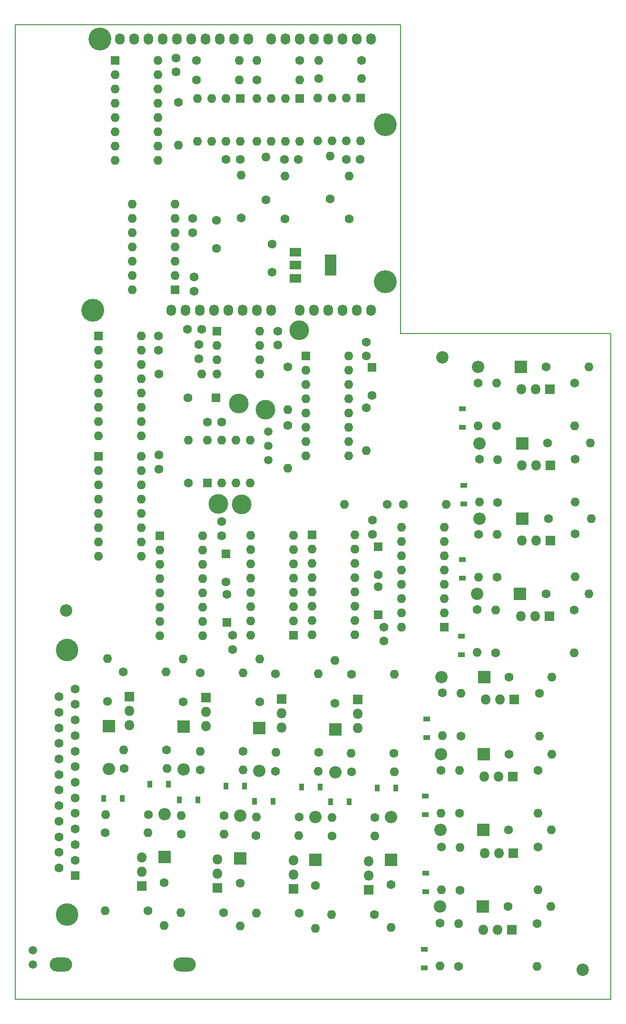
<source format=gts>
G04 This is an RS-274x file exported by *
G04 gerbv version 2.6.0 *
G04 More information is available about gerbv at *
G04 http://gerbv.gpleda.org/ *
G04 --End of header info--*
%MOIN*%
%FSLAX34Y34*%
%IPPOS*%
G04 --Define apertures--*
%ADD10C,0.0059*%
%ADD11C,0.0866*%
%ADD12O,0.0680X0.0800*%
%ADD13R,0.0630X0.0630*%
%ADD14O,0.0630X0.0630*%
%ADD15C,0.0630*%
%ADD16C,0.1378*%
%ADD17C,0.1600*%
%ADD18O,0.1575X0.0984*%
%ADD19R,0.0787X0.0591*%
%ADD20R,0.0787X0.1496*%
%ADD21C,0.1575*%
%ADD22O,0.0866X0.0866*%
%ADD23R,0.0866X0.0866*%
%ADD24R,0.0709X0.0709*%
%ADD25O,0.0709X0.0709*%
%ADD26R,0.0354X0.0472*%
%ADD27R,0.0472X0.0354*%
%ADD28C,0.0591*%
G04 --Start main section--*
G54D10*
G01X0059055Y-028268D02*
G01X0059055Y-074882D01*
G01X0044331Y-028268D02*
G01X0059055Y-028268D01*
G01X0017323Y-074882D02*
G01X0017323Y-006614D01*
G01X0044331Y-028268D02*
G01X0044331Y-006614D01*
G01X0044331Y-006614D02*
G01X0017323Y-006614D01*
G01X0017323Y-074882D02*
G01X0059055Y-074882D01*
G54D11*
G01X0047244Y-029921D03*
G01X0057087Y-072835D03*
G01X0020866Y-047638D03*
G54D12*
G01X0035243Y-007624D03*
G01X0036243Y-007624D03*
G01X0037243Y-007624D03*
G01X0038243Y-007624D03*
G01X0039243Y-007624D03*
G01X0040243Y-007624D03*
G01X0041243Y-007624D03*
G01X0042243Y-007624D03*
G54D13*
G01X0024331Y-009134D03*
G54D14*
G01X0027331Y-016134D03*
G01X0024331Y-010134D03*
G01X0027331Y-015134D03*
G01X0024331Y-011134D03*
G01X0027331Y-014134D03*
G01X0024331Y-012134D03*
G01X0027331Y-013134D03*
G01X0024331Y-013134D03*
G01X0027331Y-012134D03*
G01X0024331Y-014134D03*
G01X0027331Y-011134D03*
G01X0024331Y-015134D03*
G01X0027331Y-010134D03*
G01X0024331Y-016134D03*
G01X0027331Y-009134D03*
G54D13*
G01X0042756Y-043179D03*
G54D15*
G01X0042756Y-045148D03*
G54D13*
G01X0047390Y-048813D03*
G54D14*
G01X0044390Y-041813D03*
G01X0047390Y-047813D03*
G01X0044390Y-042813D03*
G01X0047390Y-046813D03*
G01X0044390Y-043813D03*
G01X0047390Y-045813D03*
G01X0044390Y-044813D03*
G01X0047390Y-044813D03*
G01X0044390Y-045813D03*
G01X0047390Y-043813D03*
G01X0044390Y-046813D03*
G01X0047390Y-042813D03*
G01X0044390Y-047813D03*
G01X0047390Y-041813D03*
G01X0044390Y-048813D03*
G54D16*
G01X0034862Y-033593D03*
G54D15*
G01X0032096Y-045640D03*
G54D13*
G01X0032096Y-043671D03*
G01X0037243Y-011797D03*
G54D14*
G01X0034243Y-014797D03*
G01X0036243Y-011797D03*
G01X0035243Y-014797D03*
G01X0035243Y-011797D03*
G01X0036243Y-014797D03*
G01X0034243Y-011797D03*
G01X0037243Y-014797D03*
G54D15*
G01X0036181Y-016063D03*
G01X0037165Y-016063D03*
G54D12*
G01X0028243Y-026624D03*
G01X0029243Y-026624D03*
G01X0030243Y-026624D03*
G01X0031243Y-026624D03*
G01X0032243Y-026624D03*
G01X0033243Y-026624D03*
G01X0034243Y-026624D03*
G01X0035243Y-026624D03*
G01X0037243Y-026624D03*
G01X0038243Y-026624D03*
G01X0039243Y-026624D03*
G01X0040243Y-026624D03*
G01X0041243Y-026624D03*
G01X0042243Y-026624D03*
G01X0024643Y-007624D03*
G01X0025643Y-007624D03*
G01X0026643Y-007624D03*
G01X0027643Y-007624D03*
G01X0028643Y-007624D03*
G01X0029643Y-007624D03*
G01X0030643Y-007624D03*
G01X0031643Y-007624D03*
G01X0032643Y-007624D03*
G01X0033643Y-007624D03*
G54D17*
G01X0022743Y-026624D03*
G01X0043243Y-024624D03*
G01X0023243Y-007624D03*
G01X0043243Y-013624D03*
G54D18*
G01X0029193Y-072441D03*
G01X0020531Y-072441D03*
G54D15*
G01X0031417Y-022283D03*
G01X0031417Y-020315D03*
G01X0029843Y-024291D03*
G01X0029843Y-025276D03*
G01X0029764Y-021181D03*
G01X0029764Y-020197D03*
G01X0035318Y-021974D03*
G01X0035318Y-023943D03*
G54D14*
G01X0025504Y-025197D03*
G01X0028504Y-019197D03*
G01X0025504Y-024197D03*
G01X0028504Y-020197D03*
G01X0025504Y-023197D03*
G01X0028504Y-021197D03*
G01X0025504Y-022197D03*
G01X0028504Y-022197D03*
G01X0025504Y-021197D03*
G01X0028504Y-023197D03*
G01X0025504Y-020197D03*
G01X0028504Y-024197D03*
G01X0025504Y-019197D03*
G54D13*
G01X0028504Y-025197D03*
G54D19*
G01X0036949Y-022559D03*
G01X0036949Y-024370D03*
G01X0036949Y-023465D03*
G54D20*
G01X0039429Y-023465D03*
G54D15*
G01X0041496Y-016063D03*
G01X0040512Y-016063D03*
G01X0032087Y-016063D03*
G01X0033071Y-016063D03*
G54D14*
G01X0026159Y-028429D03*
G01X0023159Y-035429D03*
G01X0026159Y-029429D03*
G01X0023159Y-034429D03*
G01X0026159Y-030429D03*
G01X0023159Y-033429D03*
G01X0026159Y-031429D03*
G01X0023159Y-032429D03*
G01X0026159Y-032429D03*
G01X0023159Y-031429D03*
G01X0026159Y-033429D03*
G01X0023159Y-030429D03*
G01X0026159Y-034429D03*
G01X0023159Y-029429D03*
G01X0026159Y-035429D03*
G54D13*
G01X0023159Y-028429D03*
G01X0023141Y-036837D03*
G54D14*
G01X0026141Y-043837D03*
G01X0023141Y-037837D03*
G01X0026141Y-042837D03*
G01X0023141Y-038837D03*
G01X0026141Y-041837D03*
G01X0023141Y-039837D03*
G01X0026141Y-040837D03*
G01X0023141Y-040837D03*
G01X0026141Y-039837D03*
G01X0023141Y-041837D03*
G01X0026141Y-038837D03*
G01X0023141Y-042837D03*
G01X0026141Y-037837D03*
G01X0023141Y-043837D03*
G01X0026141Y-036837D03*
G54D13*
G01X0041504Y-011768D03*
G54D14*
G01X0038504Y-014768D03*
G01X0040504Y-011768D03*
G01X0039504Y-014768D03*
G01X0039504Y-011768D03*
G01X0040504Y-014768D03*
G01X0038504Y-011768D03*
G01X0041504Y-014768D03*
G54D13*
G01X0033070Y-011797D03*
G54D14*
G01X0030070Y-014797D03*
G01X0032070Y-011797D03*
G01X0031070Y-014797D03*
G01X0031070Y-011797D03*
G01X0032070Y-014797D03*
G01X0030070Y-011797D03*
G01X0033070Y-014797D03*
G54D21*
G01X0020957Y-068959D03*
G01X0020957Y-050415D03*
G54D15*
G01X0020398Y-053689D03*
G01X0020398Y-054780D03*
G01X0020398Y-055870D03*
G01X0020398Y-056961D03*
G01X0020398Y-058051D03*
G01X0020398Y-059142D03*
G01X0020398Y-060232D03*
G01X0020398Y-061323D03*
G01X0020398Y-062413D03*
G01X0020398Y-063504D03*
G01X0020398Y-064594D03*
G01X0020398Y-065685D03*
G01X0021516Y-053144D03*
G01X0021516Y-054234D03*
G01X0021516Y-055325D03*
G01X0021516Y-056415D03*
G01X0021516Y-057506D03*
G01X0021516Y-058596D03*
G01X0021516Y-059687D03*
G01X0021516Y-060778D03*
G01X0021516Y-061868D03*
G01X0021516Y-062959D03*
G01X0021516Y-064049D03*
G01X0021516Y-065140D03*
G54D13*
G01X0021516Y-066230D03*
G54D15*
G01X0041929Y-028848D03*
G01X0041929Y-029833D03*
G01X0042323Y-032589D03*
G54D13*
G01X0042323Y-030620D03*
G54D15*
G01X0043138Y-048813D03*
G01X0043138Y-049797D03*
G01X0032539Y-049400D03*
G01X0032539Y-050384D03*
G01X0042362Y-041329D03*
G01X0042362Y-042313D03*
G01X0031781Y-041427D03*
G01X0031781Y-042411D03*
G54D13*
G01X0042746Y-047953D03*
G54D15*
G01X0042746Y-045984D03*
G01X0032163Y-046528D03*
G54D13*
G01X0032163Y-048497D03*
G54D15*
G01X0030787Y-034459D03*
G01X0031772Y-034459D03*
G54D13*
G01X0031398Y-032766D03*
G54D15*
G01X0029429Y-032766D03*
G01X0030177Y-030010D03*
G01X0030177Y-029026D03*
G01X0030374Y-027953D03*
G01X0029390Y-027953D03*
G01X0035709Y-029055D03*
G01X0035709Y-028071D03*
G01X0027332Y-028429D03*
G01X0027332Y-029414D03*
G01X0027393Y-037742D03*
G01X0027393Y-036758D03*
G01X0028583Y-009921D03*
G01X0028583Y-008937D03*
G54D22*
G01X0029111Y-058803D03*
G54D23*
G01X0029111Y-055803D03*
G01X0039740Y-055982D03*
G54D22*
G01X0039740Y-058982D03*
G01X0038365Y-062109D03*
G54D23*
G01X0038365Y-065109D03*
G54D22*
G01X0027774Y-061913D03*
G54D23*
G01X0027774Y-064913D03*
G54D22*
G01X0047140Y-057706D03*
G54D23*
G01X0050140Y-057706D03*
G01X0052690Y-046480D03*
G54D22*
G01X0049690Y-046480D03*
G01X0034420Y-058898D03*
G54D23*
G01X0034420Y-055898D03*
G54D22*
G01X0043654Y-062114D03*
G54D23*
G01X0043654Y-065114D03*
G01X0033069Y-065010D03*
G54D22*
G01X0033069Y-062010D03*
G54D23*
G01X0050167Y-052326D03*
G54D22*
G01X0047167Y-052326D03*
G54D23*
G01X0050104Y-063035D03*
G54D22*
G01X0047104Y-063035D03*
G01X0049743Y-030599D03*
G54D23*
G01X0052743Y-030599D03*
G01X0052844Y-041222D03*
G54D22*
G01X0049844Y-041222D03*
G54D23*
G01X0023871Y-055737D03*
G54D22*
G01X0023871Y-058737D03*
G54D23*
G01X0052837Y-035946D03*
G54D22*
G01X0049837Y-035946D03*
G54D23*
G01X0050088Y-068402D03*
G54D22*
G01X0047088Y-068402D03*
G54D24*
G01X0030687Y-053765D03*
G54D25*
G01X0030687Y-054765D03*
G01X0030687Y-055765D03*
G01X0041307Y-055880D03*
G01X0041307Y-054880D03*
G54D24*
G01X0041307Y-053880D03*
G01X0036813Y-067139D03*
G54D25*
G01X0036813Y-066139D03*
G01X0036813Y-065139D03*
G01X0026187Y-064946D03*
G01X0026187Y-065946D03*
G54D24*
G01X0026187Y-066946D03*
G54D25*
G01X0050189Y-059286D03*
G01X0051189Y-059286D03*
G54D24*
G01X0052189Y-059286D03*
G54D25*
G01X0052755Y-048055D03*
G01X0053755Y-048055D03*
G54D24*
G01X0054755Y-048055D03*
G01X0035984Y-053844D03*
G54D25*
G01X0035984Y-054844D03*
G01X0035984Y-055844D03*
G01X0042070Y-065218D03*
G01X0042070Y-066218D03*
G54D24*
G01X0042070Y-067218D03*
G01X0031493Y-067071D03*
G54D25*
G01X0031493Y-066071D03*
G01X0031493Y-065071D03*
G54D24*
G01X0052289Y-053893D03*
G54D25*
G01X0051289Y-053893D03*
G01X0050289Y-053893D03*
G54D24*
G01X0052226Y-064661D03*
G54D25*
G01X0051226Y-064661D03*
G01X0050226Y-064661D03*
G01X0052766Y-032146D03*
G01X0053766Y-032146D03*
G54D24*
G01X0054766Y-032146D03*
G54D25*
G01X0052799Y-042739D03*
G01X0053799Y-042739D03*
G54D24*
G01X0054799Y-042739D03*
G01X0025328Y-053689D03*
G54D25*
G01X0025328Y-054689D03*
G01X0025328Y-055689D03*
G01X0052828Y-037494D03*
G01X0053828Y-037494D03*
G54D24*
G01X0054828Y-037494D03*
G54D25*
G01X0050131Y-070008D03*
G01X0051131Y-070008D03*
G54D24*
G01X0052131Y-070008D03*
G54D15*
G01X0036417Y-034695D03*
G54D14*
G01X0036417Y-037695D03*
G01X0041929Y-036455D03*
G54D15*
G01X0041929Y-033455D03*
G01X0036417Y-030581D03*
G54D14*
G01X0036417Y-033581D03*
G54D15*
G01X0044508Y-040217D03*
G54D14*
G01X0047508Y-040217D03*
G01X0040376Y-040226D03*
G54D15*
G01X0043376Y-040226D03*
G01X0029449Y-038711D03*
G54D14*
G01X0029449Y-035711D03*
G54D15*
G01X0027392Y-031093D03*
G54D14*
G01X0030392Y-031093D03*
G54D15*
G01X0029091Y-054051D03*
G54D14*
G01X0029091Y-051051D03*
G01X0033273Y-052004D03*
G54D15*
G01X0030273Y-052004D03*
G01X0030273Y-058815D03*
G54D14*
G01X0033273Y-058815D03*
G01X0030284Y-057515D03*
G54D15*
G01X0033284Y-057515D03*
G54D14*
G01X0039728Y-051141D03*
G54D15*
G01X0039728Y-054141D03*
G54D14*
G01X0043889Y-052133D03*
G54D15*
G01X0040889Y-052133D03*
G54D14*
G01X0043869Y-058964D03*
G54D15*
G01X0040869Y-058964D03*
G01X0043861Y-057645D03*
G54D14*
G01X0040861Y-057645D03*
G54D15*
G01X0038345Y-066920D03*
G54D14*
G01X0038345Y-069920D03*
G01X0034223Y-068869D03*
G54D15*
G01X0037223Y-068869D03*
G01X0037223Y-062117D03*
G54D14*
G01X0034223Y-062117D03*
G01X0037192Y-063417D03*
G54D15*
G01X0034192Y-063417D03*
G54D14*
G01X0027735Y-069704D03*
G54D15*
G01X0027735Y-066704D03*
G01X0026613Y-068672D03*
G54D14*
G01X0023613Y-068672D03*
G54D15*
G01X0026633Y-061940D03*
G54D14*
G01X0023633Y-061940D03*
G01X0026601Y-063220D03*
G54D15*
G01X0023601Y-063220D03*
G01X0051931Y-057706D03*
G54D14*
G01X0054931Y-057706D03*
G01X0053939Y-061868D03*
G54D15*
G01X0053939Y-058868D03*
G01X0047148Y-058848D03*
G54D14*
G01X0047148Y-061848D03*
G54D15*
G01X0048447Y-061860D03*
G54D14*
G01X0048447Y-058860D03*
G01X0057501Y-046480D03*
G54D15*
G01X0054501Y-046480D03*
G01X0056470Y-047621D03*
G54D14*
G01X0056470Y-050621D03*
G54D15*
G01X0049698Y-047602D03*
G54D14*
G01X0049698Y-050602D03*
G01X0050997Y-047613D03*
G54D15*
G01X0050997Y-050613D03*
G54D14*
G01X0034440Y-051067D03*
G54D15*
G01X0034440Y-054067D03*
G01X0035562Y-052098D03*
G54D14*
G01X0038562Y-052098D03*
G54D15*
G01X0035562Y-058909D03*
G54D14*
G01X0038562Y-058909D03*
G01X0035574Y-057591D03*
G54D15*
G01X0038574Y-057591D03*
G54D14*
G01X0043654Y-069866D03*
G54D15*
G01X0043654Y-066866D03*
G01X0042492Y-068952D03*
G54D14*
G01X0039492Y-068952D03*
G54D15*
G01X0042531Y-062141D03*
G54D14*
G01X0039531Y-062141D03*
G54D15*
G01X0039520Y-063441D03*
G54D14*
G01X0042520Y-063441D03*
G01X0033069Y-069762D03*
G54D15*
G01X0033069Y-066762D03*
G01X0031927Y-068829D03*
G54D14*
G01X0028927Y-068829D03*
G01X0028947Y-062018D03*
G54D15*
G01X0031947Y-062018D03*
G01X0028935Y-063317D03*
G54D14*
G01X0031935Y-063317D03*
G01X0054925Y-052309D03*
G54D15*
G01X0051925Y-052309D03*
G01X0054051Y-053451D03*
G54D14*
G01X0054051Y-056451D03*
G01X0047240Y-056431D03*
G54D15*
G01X0047240Y-053431D03*
G54D14*
G01X0048539Y-053463D03*
G54D15*
G01X0048539Y-056463D03*
G01X0051866Y-063006D03*
G54D14*
G01X0054866Y-063006D03*
G54D15*
G01X0053952Y-064227D03*
G54D14*
G01X0053952Y-067227D03*
G54D15*
G01X0047181Y-064227D03*
G54D14*
G01X0047181Y-067227D03*
G01X0048480Y-064239D03*
G54D15*
G01X0048480Y-067239D03*
G54D14*
G01X0057516Y-030582D03*
G54D15*
G01X0054516Y-030582D03*
G01X0056504Y-031724D03*
G54D14*
G01X0056504Y-034724D03*
G54D15*
G01X0049752Y-031704D03*
G54D14*
G01X0049752Y-034704D03*
G01X0051032Y-031716D03*
G54D15*
G01X0051032Y-034716D03*
G01X0054695Y-041222D03*
G54D14*
G01X0057695Y-041222D03*
G01X0056545Y-045285D03*
G54D15*
G01X0056545Y-042285D03*
G54D14*
G01X0049774Y-045325D03*
G54D15*
G01X0049774Y-042325D03*
G01X0051073Y-045317D03*
G54D14*
G01X0051073Y-042317D03*
G54D15*
G01X0023792Y-054004D03*
G54D14*
G01X0023792Y-051004D03*
G01X0027895Y-051957D03*
G54D15*
G01X0024895Y-051957D03*
G01X0024934Y-058729D03*
G54D14*
G01X0027934Y-058729D03*
G01X0024926Y-057430D03*
G54D15*
G01X0027926Y-057430D03*
G54D14*
G01X0057629Y-035907D03*
G54D15*
G01X0054629Y-035907D03*
G01X0056558Y-037068D03*
G54D14*
G01X0056558Y-040068D03*
G54D15*
G01X0049845Y-037068D03*
G54D14*
G01X0049845Y-040068D03*
G01X0051105Y-037080D03*
G54D15*
G01X0051105Y-040080D03*
G01X0051862Y-068374D03*
G54D14*
G01X0054862Y-068374D03*
G01X0053870Y-072574D03*
G54D15*
G01X0053870Y-069574D03*
G54D14*
G01X0047098Y-072555D03*
G54D15*
G01X0047098Y-069555D03*
G01X0048397Y-072586D03*
G54D14*
G01X0048397Y-069586D03*
G01X0038575Y-009134D03*
G54D15*
G01X0041575Y-009134D03*
G01X0038583Y-010394D03*
G54D14*
G01X0041583Y-010394D03*
G54D15*
G01X0040709Y-020236D03*
G54D14*
G01X0040709Y-017236D03*
G01X0039370Y-015819D03*
G54D15*
G01X0039370Y-018819D03*
G54D14*
G01X0034244Y-009134D03*
G54D15*
G01X0037244Y-009134D03*
G01X0034252Y-010472D03*
G54D14*
G01X0037252Y-010472D03*
G54D15*
G01X0036220Y-020236D03*
G54D14*
G01X0036220Y-017236D03*
G01X0034882Y-015898D03*
G54D15*
G01X0034882Y-018898D03*
G54D14*
G01X0033000Y-009134D03*
G54D15*
G01X0030000Y-009134D03*
G01X0030000Y-010472D03*
G54D14*
G01X0033000Y-010472D03*
G54D15*
G01X0033150Y-020157D03*
G54D14*
G01X0033150Y-017157D03*
G01X0028740Y-015047D03*
G54D15*
G01X0028740Y-012047D03*
G54D14*
G01X0040677Y-029833D03*
G01X0037677Y-036833D03*
G01X0040677Y-030833D03*
G01X0037677Y-035833D03*
G01X0040677Y-031833D03*
G01X0037677Y-034833D03*
G01X0040677Y-032833D03*
G01X0037677Y-033833D03*
G01X0040677Y-033833D03*
G01X0037677Y-032833D03*
G01X0040677Y-034833D03*
G01X0037677Y-031833D03*
G01X0040677Y-035833D03*
G01X0037677Y-030833D03*
G01X0040677Y-036833D03*
G54D13*
G01X0037677Y-029833D03*
G54D14*
G01X0030451Y-042411D03*
G01X0027451Y-049411D03*
G01X0030451Y-043411D03*
G01X0027451Y-048411D03*
G01X0030451Y-044411D03*
G01X0027451Y-047411D03*
G01X0030451Y-045411D03*
G01X0027451Y-046411D03*
G01X0030451Y-046411D03*
G01X0027451Y-045411D03*
G01X0030451Y-047411D03*
G01X0027451Y-044411D03*
G01X0030451Y-048411D03*
G01X0027451Y-043411D03*
G01X0030451Y-049411D03*
G54D13*
G01X0027451Y-042411D03*
G54D14*
G01X0033821Y-049380D03*
G01X0036821Y-042380D03*
G01X0033821Y-048380D03*
G01X0036821Y-043380D03*
G01X0033821Y-047380D03*
G01X0036821Y-044380D03*
G01X0033821Y-046380D03*
G01X0036821Y-045380D03*
G01X0033821Y-045380D03*
G01X0036821Y-046380D03*
G01X0033821Y-044380D03*
G01X0036821Y-047380D03*
G01X0033821Y-043380D03*
G01X0036821Y-048380D03*
G01X0033821Y-042380D03*
G54D13*
G01X0036821Y-049380D03*
G01X0038110Y-042347D03*
G54D14*
G01X0041110Y-049347D03*
G01X0038110Y-043347D03*
G01X0041110Y-048347D03*
G01X0038110Y-044347D03*
G01X0041110Y-047347D03*
G01X0038110Y-045347D03*
G01X0041110Y-046347D03*
G01X0038110Y-046347D03*
G01X0041110Y-045347D03*
G01X0038110Y-047347D03*
G01X0041110Y-044347D03*
G01X0038110Y-048347D03*
G01X0041110Y-043347D03*
G01X0038110Y-049347D03*
G01X0041110Y-042347D03*
G54D13*
G01X0030787Y-038711D03*
G54D14*
G01X0033787Y-035711D03*
G01X0031787Y-038711D03*
G01X0032787Y-035711D03*
G01X0032787Y-038711D03*
G01X0031787Y-035711D03*
G01X0033787Y-038711D03*
G01X0030787Y-035711D03*
G01X0034437Y-028091D03*
G01X0031437Y-031091D03*
G01X0034437Y-029091D03*
G01X0031437Y-030091D03*
G01X0034437Y-030091D03*
G01X0031437Y-029091D03*
G01X0034437Y-031091D03*
G54D13*
G01X0031437Y-028091D03*
G54D26*
G01X0033383Y-059937D03*
G01X0032084Y-059937D03*
G01X0042680Y-060086D03*
G01X0043980Y-060086D03*
G01X0035392Y-061035D03*
G01X0034093Y-061035D03*
G01X0023503Y-060818D03*
G01X0024802Y-060818D03*
G54D27*
G01X0046045Y-060659D03*
G01X0046045Y-061958D03*
G01X0048596Y-049452D03*
G01X0048596Y-050751D03*
G54D26*
G01X0037393Y-060012D03*
G01X0038692Y-060012D03*
G01X0040701Y-061039D03*
G01X0039402Y-061039D03*
G01X0028817Y-060915D03*
G01X0030116Y-060915D03*
G54D27*
G01X0046137Y-056541D03*
G01X0046137Y-055242D03*
G01X0046078Y-067357D03*
G01X0046078Y-066057D03*
G01X0048650Y-034834D03*
G01X0048650Y-033535D03*
G01X0048632Y-045376D03*
G01X0048632Y-044077D03*
G54D26*
G01X0026765Y-059831D03*
G01X0028064Y-059831D03*
G54D27*
G01X0048743Y-040198D03*
G01X0048743Y-038899D03*
G01X0045996Y-071385D03*
G01X0045996Y-072685D03*
G54D16*
G01X0031535Y-040187D03*
G01X0033169Y-040207D03*
G01X0032972Y-033140D03*
G01X0037224Y-028012D03*
G54D28*
G01X0035059Y-037112D03*
G01X0035059Y-036112D03*
G01X0035059Y-035112D03*
G01X0018553Y-071459D03*
G01X0018553Y-072459D03*
M02*

</source>
